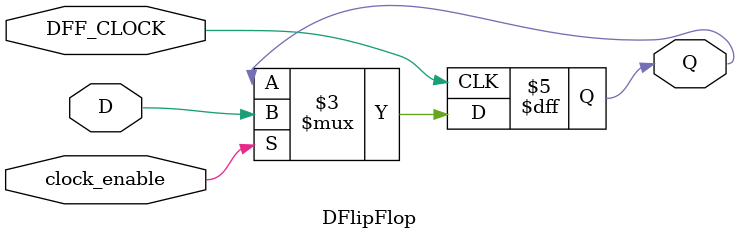
<source format=sv>
`timescale 1ns / 1ps

module DFlipFlop(input DFF_CLOCK, clock_enable, D, output reg Q=0);
    always@(posedge DFF_CLOCK)
    begin
        if(clock_enable)
            Q<=D;
    end
endmodule

</source>
